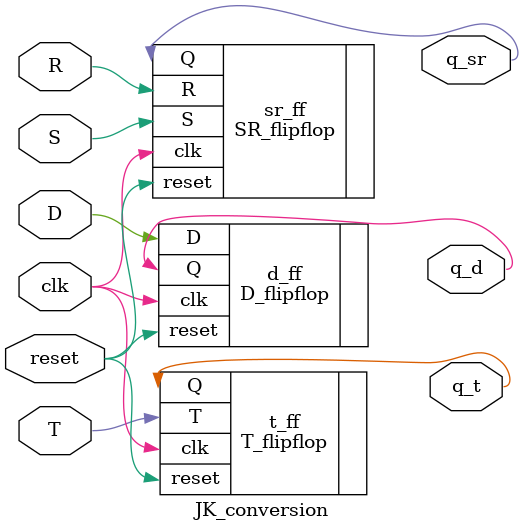
<source format=v>
`timescale 1ns / 1ps


module JK_conversion (
    input S, R, D, T, clk, reset,
    output q_sr, q_d, q_t
);

    SR_flipflop sr_ff (.S(S), .R(R), .clk(clk), .reset(reset), .Q(q_sr));

    D_flipflop d_ff (.D(D), .clk(clk), .reset(reset), .Q(q_d));

    T_flipflop t_ff (.T(T), .clk(clk), .reset(reset), .Q(q_t));
endmodule

</source>
